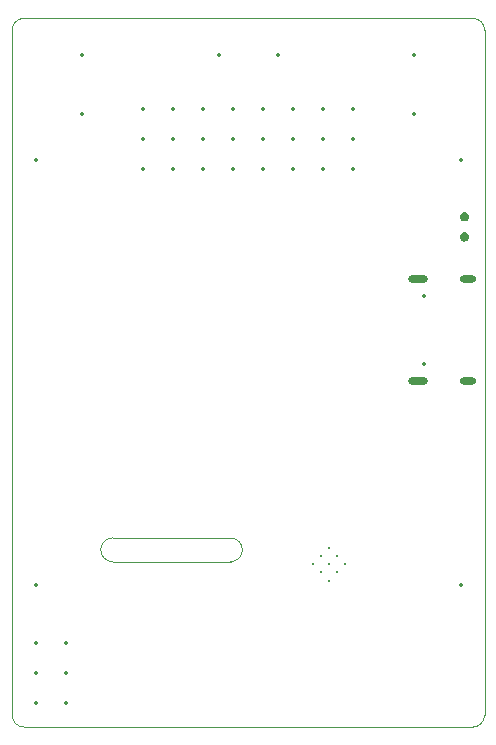
<source format=gbr>
%TF.GenerationSoftware,KiCad,Pcbnew,8.0.5*%
%TF.CreationDate,2024-11-08T19:29:56+08:00*%
%TF.ProjectId,STM32H730,53544d33-3248-4373-9330-2e6b69636164,rev?*%
%TF.SameCoordinates,Original*%
%TF.FileFunction,Profile,NP*%
%FSLAX46Y46*%
G04 Gerber Fmt 4.6, Leading zero omitted, Abs format (unit mm)*
G04 Created by KiCad (PCBNEW 8.0.5) date 2024-11-08 19:29:56*
%MOMM*%
%LPD*%
G01*
G04 APERTURE LIST*
%TA.AperFunction,Profile*%
%ADD10C,0.050000*%
%TD*%
%TA.AperFunction,Profile*%
%ADD11C,0.000000*%
%TD*%
%ADD12C,0.350000*%
%ADD13O,1.700000X0.600000*%
%ADD14O,1.400000X0.600000*%
%ADD15C,0.200000*%
G04 APERTURE END LIST*
D10*
X84000000Y-31250000D02*
G75*
G02*
X85000000Y-30250000I1000000J0D01*
G01*
X124000000Y-31250000D02*
X124000000Y-89250000D01*
X123000000Y-30250000D02*
G75*
G02*
X124000000Y-31250000I0J-1000000D01*
G01*
X102500000Y-74250000D02*
G75*
G02*
X103500000Y-75250000I0J-1000000D01*
G01*
X123000000Y-90250000D02*
X85000000Y-90250000D01*
X84000000Y-89250000D02*
X84000000Y-31250000D01*
X124000000Y-89250000D02*
G75*
G02*
X123000000Y-90250000I-1000000J0D01*
G01*
X85000000Y-30250000D02*
X123000000Y-30250000D01*
X102500000Y-76250000D02*
X92500000Y-76250000D01*
X85000000Y-90250000D02*
G75*
G02*
X84000000Y-89250000I0J1000000D01*
G01*
X91500000Y-75250000D02*
G75*
G02*
X92500000Y-74250000I1000000J0D01*
G01*
X103500000Y-75250000D02*
G75*
G02*
X102500000Y-76250000I-1000000J0D01*
G01*
X92500000Y-74250000D02*
X102500000Y-74250000D01*
X92500000Y-76250000D02*
G75*
G02*
X91500000Y-75250000I0J1000000D01*
G01*
D11*
%TA.AperFunction,Profile*%
%TO.C,SW1*%
G36*
X122410107Y-46669577D02*
G01*
X122521614Y-46726393D01*
X122610107Y-46814886D01*
X122666923Y-46926393D01*
X122686500Y-47050000D01*
X122666923Y-47173607D01*
X122610107Y-47285114D01*
X122521614Y-47373607D01*
X122410107Y-47430423D01*
X122286500Y-47450000D01*
X122162893Y-47430423D01*
X122051386Y-47373607D01*
X121962893Y-47285114D01*
X121906077Y-47173607D01*
X121886500Y-47050000D01*
X121906077Y-46926393D01*
X121962893Y-46814886D01*
X122051386Y-46726393D01*
X122162893Y-46669577D01*
X122286500Y-46650000D01*
X122410107Y-46669577D01*
G37*
%TD.AperFunction*%
%TA.AperFunction,Profile*%
G36*
X122410107Y-48369577D02*
G01*
X122521614Y-48426393D01*
X122610107Y-48514886D01*
X122666923Y-48626393D01*
X122686500Y-48750000D01*
X122666923Y-48873607D01*
X122610107Y-48985114D01*
X122521614Y-49073607D01*
X122410107Y-49130423D01*
X122286500Y-49150000D01*
X122162893Y-49130423D01*
X122051386Y-49073607D01*
X121962893Y-48985114D01*
X121906077Y-48873607D01*
X121886500Y-48750000D01*
X121906077Y-48626393D01*
X121962893Y-48514886D01*
X122051386Y-48426393D01*
X122162893Y-48369577D01*
X122286500Y-48350000D01*
X122410107Y-48369577D01*
G37*
%TD.AperFunction*%
%TD*%
D12*
X86050200Y-83149200D03*
X88590200Y-83149200D03*
X86050200Y-85689200D03*
X88590200Y-85689200D03*
X86050200Y-88229200D03*
X88590200Y-88229200D03*
X118875000Y-59520000D03*
X118875000Y-53740000D03*
D13*
X118375000Y-60950000D03*
D14*
X122555000Y-60950000D03*
D13*
X118375000Y-52310000D03*
D14*
X122555000Y-52310000D03*
D12*
X86000000Y-78250000D03*
X101500000Y-33350000D03*
X106500000Y-33350000D03*
X122000000Y-42250000D03*
X95095000Y-42985000D03*
X95095000Y-40445000D03*
X95095000Y-37905000D03*
X97635000Y-42985000D03*
X97635000Y-40445000D03*
X97635000Y-37905000D03*
X100175000Y-42985000D03*
X100175000Y-40445000D03*
X100175000Y-37905000D03*
X102715000Y-42985000D03*
X102715000Y-40445000D03*
X102715000Y-37905000D03*
X105255000Y-42985000D03*
X105255000Y-40445000D03*
X105255000Y-37905000D03*
X107795000Y-42985000D03*
X107795000Y-40445000D03*
X107795000Y-37905000D03*
X89900000Y-38350000D03*
X89900000Y-33350000D03*
X86000000Y-42250000D03*
D15*
X110820200Y-77858258D03*
X111509629Y-77168829D03*
X112199058Y-76479400D03*
X110130771Y-77168829D03*
X110820200Y-76479400D03*
X111509629Y-75789971D03*
X109441342Y-76479400D03*
X110130771Y-75789971D03*
X110820200Y-75100542D03*
D12*
X122000000Y-78250000D03*
X118060000Y-38380000D03*
X118060000Y-33380000D03*
X112875000Y-42985000D03*
X110335000Y-42985000D03*
X112875000Y-40445000D03*
X110335000Y-40445000D03*
X112875000Y-37905000D03*
X110335000Y-37905000D03*
M02*

</source>
